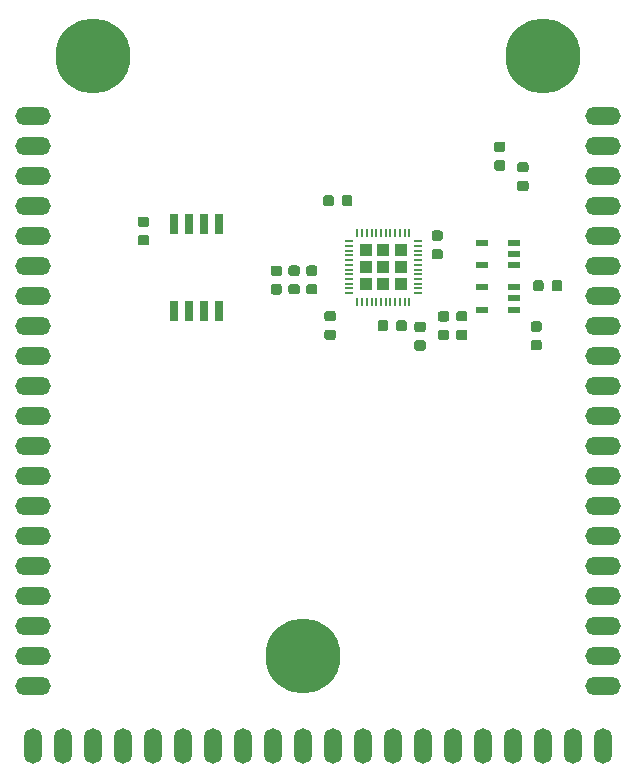
<source format=gbr>
G04 #@! TF.GenerationSoftware,KiCad,Pcbnew,5.0.0*
G04 #@! TF.CreationDate,2018-12-09T11:56:36+00:00*
G04 #@! TF.ProjectId,cw308_fe310,63773330385F66653331302E6B696361,rev?*
G04 #@! TF.SameCoordinates,Original*
G04 #@! TF.FileFunction,Paste,Top*
G04 #@! TF.FilePolarity,Positive*
%FSLAX46Y46*%
G04 Gerber Fmt 4.6, Leading zero omitted, Abs format (unit mm)*
G04 Created by KiCad (PCBNEW 5.0.0) date Sun Dec  9 11:56:36 2018*
%MOMM*%
%LPD*%
G01*
G04 APERTURE LIST*
%ADD10O,2.997200X1.498600*%
%ADD11O,1.498600X2.997200*%
%ADD12C,6.350000*%
%ADD13R,0.650000X1.700000*%
%ADD14R,1.050000X0.600000*%
%ADD15R,0.650000X0.200000*%
%ADD16R,0.200000X0.650000*%
%ADD17R,1.080000X1.080000*%
%ADD18C,0.100000*%
%ADD19C,0.875000*%
G04 APERTURE END LIST*
D10*
G04 #@! TO.C,J1*
X121678701Y-67030600D03*
X121678701Y-69570600D03*
X121678701Y-72110600D03*
X121678701Y-74650600D03*
X121678701Y-77190600D03*
X121678701Y-79730600D03*
X121678701Y-82270600D03*
X121678701Y-84810600D03*
X121678701Y-87350600D03*
X121678701Y-89890600D03*
X121678701Y-92430600D03*
X121678701Y-94970600D03*
X121678701Y-97510600D03*
X121678701Y-100050600D03*
X121678701Y-102590600D03*
X121678701Y-105130600D03*
X121678701Y-107670600D03*
X121678701Y-110210600D03*
X121678701Y-112750600D03*
X121678701Y-115290600D03*
D11*
X121678701Y-120370600D03*
X124218701Y-120370600D03*
X126758701Y-120370600D03*
X129298701Y-120370600D03*
X131838701Y-120370600D03*
X134378701Y-120370600D03*
X136918701Y-120370600D03*
X139458701Y-120370600D03*
X141998701Y-120370600D03*
X144538701Y-120370600D03*
X147078701Y-120370600D03*
X149618701Y-120370600D03*
X152158701Y-120370600D03*
X154698701Y-120370600D03*
X157238701Y-120370600D03*
X159778701Y-120370600D03*
X162318701Y-120370600D03*
X164858701Y-120370600D03*
X167398701Y-120370600D03*
X169938701Y-120370600D03*
D10*
X169938701Y-67030600D03*
X169938701Y-69570600D03*
X169938701Y-72110600D03*
X169938701Y-74650600D03*
X169938701Y-77190600D03*
X169938701Y-79730600D03*
X169938701Y-82270600D03*
X169938701Y-84810600D03*
X169938701Y-87350600D03*
X169938701Y-89890600D03*
X169938701Y-92430600D03*
X169938701Y-94970600D03*
X169938701Y-97510600D03*
X169938701Y-100050600D03*
X169938701Y-102590600D03*
X169938701Y-105130600D03*
X169938701Y-107670600D03*
X169938701Y-110210600D03*
X169938701Y-112750600D03*
X169938701Y-115290600D03*
D12*
X126758701Y-61950600D03*
X164858701Y-61950600D03*
X144538701Y-112750600D03*
G04 #@! TD*
D13*
G04 #@! TO.C,U1*
X133621780Y-83535540D03*
X134891780Y-83535540D03*
X136161780Y-83535540D03*
X137431780Y-83535540D03*
X137431780Y-76235540D03*
X136161780Y-76235540D03*
X134891780Y-76235540D03*
X133621780Y-76235540D03*
G04 #@! TD*
D14*
G04 #@! TO.C,U2*
X159724100Y-79712860D03*
X159724100Y-77812860D03*
X162424100Y-77812860D03*
X162424100Y-78762860D03*
X162424100Y-79712860D03*
G04 #@! TD*
G04 #@! TO.C,U3*
X162421560Y-83454280D03*
X162421560Y-82504280D03*
X162421560Y-81554280D03*
X159721560Y-81554280D03*
X159721560Y-83454280D03*
G04 #@! TD*
D15*
G04 #@! TO.C,U4*
X148433600Y-77657600D03*
X148433600Y-78057600D03*
X148433600Y-78457600D03*
X148433600Y-78857600D03*
X148433600Y-79257600D03*
X148433600Y-79657600D03*
X148433600Y-80057600D03*
X148433600Y-80457600D03*
X148433600Y-80857600D03*
X148433600Y-81257600D03*
X148433600Y-81657600D03*
X148433600Y-82057600D03*
D16*
X149158600Y-82782600D03*
X149558600Y-82782600D03*
X149958600Y-82782600D03*
X150358600Y-82782600D03*
X150758600Y-82782600D03*
X151158600Y-82782600D03*
X151558600Y-82782600D03*
X151958600Y-82782600D03*
X152358600Y-82782600D03*
X152758600Y-82782600D03*
X153158600Y-82782600D03*
X153558600Y-82782600D03*
D15*
X154283600Y-82057600D03*
X154283600Y-81657600D03*
X154283600Y-81257600D03*
X154283600Y-80857600D03*
X154283600Y-80457600D03*
X154283600Y-80057600D03*
X154283600Y-79657600D03*
X154283600Y-79257600D03*
X154283600Y-78857600D03*
X154283600Y-78457600D03*
X154283600Y-78057600D03*
X154283600Y-77657600D03*
D16*
X153558600Y-76932600D03*
X153158600Y-76932600D03*
X152758600Y-76932600D03*
X152358600Y-76932600D03*
X151958600Y-76932600D03*
X151558600Y-76932600D03*
X151158600Y-76932600D03*
X150758600Y-76932600D03*
X150358600Y-76932600D03*
X149958600Y-76932600D03*
X149558600Y-76932600D03*
X149158600Y-76932600D03*
D17*
X149891933Y-78390933D03*
X149891933Y-79857600D03*
X149891933Y-81324267D03*
X151358600Y-78390933D03*
X151358600Y-79857600D03*
X151358600Y-81324267D03*
X152825267Y-78390933D03*
X152825267Y-79857600D03*
X152825267Y-81324267D03*
G04 #@! TD*
D18*
G04 #@! TO.C,C1*
G36*
X131313751Y-75570413D02*
X131334986Y-75573563D01*
X131355810Y-75578779D01*
X131376022Y-75586011D01*
X131395428Y-75595190D01*
X131413841Y-75606226D01*
X131431084Y-75619014D01*
X131446990Y-75633430D01*
X131461406Y-75649336D01*
X131474194Y-75666579D01*
X131485230Y-75684992D01*
X131494409Y-75704398D01*
X131501641Y-75724610D01*
X131506857Y-75745434D01*
X131510007Y-75766669D01*
X131511060Y-75788110D01*
X131511060Y-76225610D01*
X131510007Y-76247051D01*
X131506857Y-76268286D01*
X131501641Y-76289110D01*
X131494409Y-76309322D01*
X131485230Y-76328728D01*
X131474194Y-76347141D01*
X131461406Y-76364384D01*
X131446990Y-76380290D01*
X131431084Y-76394706D01*
X131413841Y-76407494D01*
X131395428Y-76418530D01*
X131376022Y-76427709D01*
X131355810Y-76434941D01*
X131334986Y-76440157D01*
X131313751Y-76443307D01*
X131292310Y-76444360D01*
X130779810Y-76444360D01*
X130758369Y-76443307D01*
X130737134Y-76440157D01*
X130716310Y-76434941D01*
X130696098Y-76427709D01*
X130676692Y-76418530D01*
X130658279Y-76407494D01*
X130641036Y-76394706D01*
X130625130Y-76380290D01*
X130610714Y-76364384D01*
X130597926Y-76347141D01*
X130586890Y-76328728D01*
X130577711Y-76309322D01*
X130570479Y-76289110D01*
X130565263Y-76268286D01*
X130562113Y-76247051D01*
X130561060Y-76225610D01*
X130561060Y-75788110D01*
X130562113Y-75766669D01*
X130565263Y-75745434D01*
X130570479Y-75724610D01*
X130577711Y-75704398D01*
X130586890Y-75684992D01*
X130597926Y-75666579D01*
X130610714Y-75649336D01*
X130625130Y-75633430D01*
X130641036Y-75619014D01*
X130658279Y-75606226D01*
X130676692Y-75595190D01*
X130696098Y-75586011D01*
X130716310Y-75578779D01*
X130737134Y-75573563D01*
X130758369Y-75570413D01*
X130779810Y-75569360D01*
X131292310Y-75569360D01*
X131313751Y-75570413D01*
X131313751Y-75570413D01*
G37*
D19*
X131036060Y-76006860D03*
D18*
G36*
X131313751Y-77145413D02*
X131334986Y-77148563D01*
X131355810Y-77153779D01*
X131376022Y-77161011D01*
X131395428Y-77170190D01*
X131413841Y-77181226D01*
X131431084Y-77194014D01*
X131446990Y-77208430D01*
X131461406Y-77224336D01*
X131474194Y-77241579D01*
X131485230Y-77259992D01*
X131494409Y-77279398D01*
X131501641Y-77299610D01*
X131506857Y-77320434D01*
X131510007Y-77341669D01*
X131511060Y-77363110D01*
X131511060Y-77800610D01*
X131510007Y-77822051D01*
X131506857Y-77843286D01*
X131501641Y-77864110D01*
X131494409Y-77884322D01*
X131485230Y-77903728D01*
X131474194Y-77922141D01*
X131461406Y-77939384D01*
X131446990Y-77955290D01*
X131431084Y-77969706D01*
X131413841Y-77982494D01*
X131395428Y-77993530D01*
X131376022Y-78002709D01*
X131355810Y-78009941D01*
X131334986Y-78015157D01*
X131313751Y-78018307D01*
X131292310Y-78019360D01*
X130779810Y-78019360D01*
X130758369Y-78018307D01*
X130737134Y-78015157D01*
X130716310Y-78009941D01*
X130696098Y-78002709D01*
X130676692Y-77993530D01*
X130658279Y-77982494D01*
X130641036Y-77969706D01*
X130625130Y-77955290D01*
X130610714Y-77939384D01*
X130597926Y-77922141D01*
X130586890Y-77903728D01*
X130577711Y-77884322D01*
X130570479Y-77864110D01*
X130565263Y-77843286D01*
X130562113Y-77822051D01*
X130561060Y-77800610D01*
X130561060Y-77363110D01*
X130562113Y-77341669D01*
X130565263Y-77320434D01*
X130570479Y-77299610D01*
X130577711Y-77279398D01*
X130586890Y-77259992D01*
X130597926Y-77241579D01*
X130610714Y-77224336D01*
X130625130Y-77208430D01*
X130641036Y-77194014D01*
X130658279Y-77181226D01*
X130676692Y-77170190D01*
X130696098Y-77161011D01*
X130716310Y-77153779D01*
X130737134Y-77148563D01*
X130758369Y-77145413D01*
X130779810Y-77144360D01*
X131292310Y-77144360D01*
X131313751Y-77145413D01*
X131313751Y-77145413D01*
G37*
D19*
X131036060Y-77581860D03*
G04 #@! TD*
D18*
G04 #@! TO.C,C4*
G36*
X166292791Y-80968613D02*
X166314026Y-80971763D01*
X166334850Y-80976979D01*
X166355062Y-80984211D01*
X166374468Y-80993390D01*
X166392881Y-81004426D01*
X166410124Y-81017214D01*
X166426030Y-81031630D01*
X166440446Y-81047536D01*
X166453234Y-81064779D01*
X166464270Y-81083192D01*
X166473449Y-81102598D01*
X166480681Y-81122810D01*
X166485897Y-81143634D01*
X166489047Y-81164869D01*
X166490100Y-81186310D01*
X166490100Y-81698810D01*
X166489047Y-81720251D01*
X166485897Y-81741486D01*
X166480681Y-81762310D01*
X166473449Y-81782522D01*
X166464270Y-81801928D01*
X166453234Y-81820341D01*
X166440446Y-81837584D01*
X166426030Y-81853490D01*
X166410124Y-81867906D01*
X166392881Y-81880694D01*
X166374468Y-81891730D01*
X166355062Y-81900909D01*
X166334850Y-81908141D01*
X166314026Y-81913357D01*
X166292791Y-81916507D01*
X166271350Y-81917560D01*
X165833850Y-81917560D01*
X165812409Y-81916507D01*
X165791174Y-81913357D01*
X165770350Y-81908141D01*
X165750138Y-81900909D01*
X165730732Y-81891730D01*
X165712319Y-81880694D01*
X165695076Y-81867906D01*
X165679170Y-81853490D01*
X165664754Y-81837584D01*
X165651966Y-81820341D01*
X165640930Y-81801928D01*
X165631751Y-81782522D01*
X165624519Y-81762310D01*
X165619303Y-81741486D01*
X165616153Y-81720251D01*
X165615100Y-81698810D01*
X165615100Y-81186310D01*
X165616153Y-81164869D01*
X165619303Y-81143634D01*
X165624519Y-81122810D01*
X165631751Y-81102598D01*
X165640930Y-81083192D01*
X165651966Y-81064779D01*
X165664754Y-81047536D01*
X165679170Y-81031630D01*
X165695076Y-81017214D01*
X165712319Y-81004426D01*
X165730732Y-80993390D01*
X165750138Y-80984211D01*
X165770350Y-80976979D01*
X165791174Y-80971763D01*
X165812409Y-80968613D01*
X165833850Y-80967560D01*
X166271350Y-80967560D01*
X166292791Y-80968613D01*
X166292791Y-80968613D01*
G37*
D19*
X166052600Y-81442560D03*
D18*
G36*
X164717791Y-80968613D02*
X164739026Y-80971763D01*
X164759850Y-80976979D01*
X164780062Y-80984211D01*
X164799468Y-80993390D01*
X164817881Y-81004426D01*
X164835124Y-81017214D01*
X164851030Y-81031630D01*
X164865446Y-81047536D01*
X164878234Y-81064779D01*
X164889270Y-81083192D01*
X164898449Y-81102598D01*
X164905681Y-81122810D01*
X164910897Y-81143634D01*
X164914047Y-81164869D01*
X164915100Y-81186310D01*
X164915100Y-81698810D01*
X164914047Y-81720251D01*
X164910897Y-81741486D01*
X164905681Y-81762310D01*
X164898449Y-81782522D01*
X164889270Y-81801928D01*
X164878234Y-81820341D01*
X164865446Y-81837584D01*
X164851030Y-81853490D01*
X164835124Y-81867906D01*
X164817881Y-81880694D01*
X164799468Y-81891730D01*
X164780062Y-81900909D01*
X164759850Y-81908141D01*
X164739026Y-81913357D01*
X164717791Y-81916507D01*
X164696350Y-81917560D01*
X164258850Y-81917560D01*
X164237409Y-81916507D01*
X164216174Y-81913357D01*
X164195350Y-81908141D01*
X164175138Y-81900909D01*
X164155732Y-81891730D01*
X164137319Y-81880694D01*
X164120076Y-81867906D01*
X164104170Y-81853490D01*
X164089754Y-81837584D01*
X164076966Y-81820341D01*
X164065930Y-81801928D01*
X164056751Y-81782522D01*
X164049519Y-81762310D01*
X164044303Y-81741486D01*
X164041153Y-81720251D01*
X164040100Y-81698810D01*
X164040100Y-81186310D01*
X164041153Y-81164869D01*
X164044303Y-81143634D01*
X164049519Y-81122810D01*
X164056751Y-81102598D01*
X164065930Y-81083192D01*
X164076966Y-81064779D01*
X164089754Y-81047536D01*
X164104170Y-81031630D01*
X164120076Y-81017214D01*
X164137319Y-81004426D01*
X164155732Y-80993390D01*
X164175138Y-80984211D01*
X164195350Y-80976979D01*
X164216174Y-80971763D01*
X164237409Y-80968613D01*
X164258850Y-80967560D01*
X164696350Y-80967560D01*
X164717791Y-80968613D01*
X164717791Y-80968613D01*
G37*
D19*
X164477600Y-81442560D03*
G04 #@! TD*
D18*
G04 #@! TO.C,C5*
G36*
X164572511Y-86025253D02*
X164593746Y-86028403D01*
X164614570Y-86033619D01*
X164634782Y-86040851D01*
X164654188Y-86050030D01*
X164672601Y-86061066D01*
X164689844Y-86073854D01*
X164705750Y-86088270D01*
X164720166Y-86104176D01*
X164732954Y-86121419D01*
X164743990Y-86139832D01*
X164753169Y-86159238D01*
X164760401Y-86179450D01*
X164765617Y-86200274D01*
X164768767Y-86221509D01*
X164769820Y-86242950D01*
X164769820Y-86680450D01*
X164768767Y-86701891D01*
X164765617Y-86723126D01*
X164760401Y-86743950D01*
X164753169Y-86764162D01*
X164743990Y-86783568D01*
X164732954Y-86801981D01*
X164720166Y-86819224D01*
X164705750Y-86835130D01*
X164689844Y-86849546D01*
X164672601Y-86862334D01*
X164654188Y-86873370D01*
X164634782Y-86882549D01*
X164614570Y-86889781D01*
X164593746Y-86894997D01*
X164572511Y-86898147D01*
X164551070Y-86899200D01*
X164038570Y-86899200D01*
X164017129Y-86898147D01*
X163995894Y-86894997D01*
X163975070Y-86889781D01*
X163954858Y-86882549D01*
X163935452Y-86873370D01*
X163917039Y-86862334D01*
X163899796Y-86849546D01*
X163883890Y-86835130D01*
X163869474Y-86819224D01*
X163856686Y-86801981D01*
X163845650Y-86783568D01*
X163836471Y-86764162D01*
X163829239Y-86743950D01*
X163824023Y-86723126D01*
X163820873Y-86701891D01*
X163819820Y-86680450D01*
X163819820Y-86242950D01*
X163820873Y-86221509D01*
X163824023Y-86200274D01*
X163829239Y-86179450D01*
X163836471Y-86159238D01*
X163845650Y-86139832D01*
X163856686Y-86121419D01*
X163869474Y-86104176D01*
X163883890Y-86088270D01*
X163899796Y-86073854D01*
X163917039Y-86061066D01*
X163935452Y-86050030D01*
X163954858Y-86040851D01*
X163975070Y-86033619D01*
X163995894Y-86028403D01*
X164017129Y-86025253D01*
X164038570Y-86024200D01*
X164551070Y-86024200D01*
X164572511Y-86025253D01*
X164572511Y-86025253D01*
G37*
D19*
X164294820Y-86461700D03*
D18*
G36*
X164572511Y-84450253D02*
X164593746Y-84453403D01*
X164614570Y-84458619D01*
X164634782Y-84465851D01*
X164654188Y-84475030D01*
X164672601Y-84486066D01*
X164689844Y-84498854D01*
X164705750Y-84513270D01*
X164720166Y-84529176D01*
X164732954Y-84546419D01*
X164743990Y-84564832D01*
X164753169Y-84584238D01*
X164760401Y-84604450D01*
X164765617Y-84625274D01*
X164768767Y-84646509D01*
X164769820Y-84667950D01*
X164769820Y-85105450D01*
X164768767Y-85126891D01*
X164765617Y-85148126D01*
X164760401Y-85168950D01*
X164753169Y-85189162D01*
X164743990Y-85208568D01*
X164732954Y-85226981D01*
X164720166Y-85244224D01*
X164705750Y-85260130D01*
X164689844Y-85274546D01*
X164672601Y-85287334D01*
X164654188Y-85298370D01*
X164634782Y-85307549D01*
X164614570Y-85314781D01*
X164593746Y-85319997D01*
X164572511Y-85323147D01*
X164551070Y-85324200D01*
X164038570Y-85324200D01*
X164017129Y-85323147D01*
X163995894Y-85319997D01*
X163975070Y-85314781D01*
X163954858Y-85307549D01*
X163935452Y-85298370D01*
X163917039Y-85287334D01*
X163899796Y-85274546D01*
X163883890Y-85260130D01*
X163869474Y-85244224D01*
X163856686Y-85226981D01*
X163845650Y-85208568D01*
X163836471Y-85189162D01*
X163829239Y-85168950D01*
X163824023Y-85148126D01*
X163820873Y-85126891D01*
X163819820Y-85105450D01*
X163819820Y-84667950D01*
X163820873Y-84646509D01*
X163824023Y-84625274D01*
X163829239Y-84604450D01*
X163836471Y-84584238D01*
X163845650Y-84564832D01*
X163856686Y-84546419D01*
X163869474Y-84529176D01*
X163883890Y-84513270D01*
X163899796Y-84498854D01*
X163917039Y-84486066D01*
X163935452Y-84475030D01*
X163954858Y-84465851D01*
X163975070Y-84458619D01*
X163995894Y-84453403D01*
X164017129Y-84450253D01*
X164038570Y-84449200D01*
X164551070Y-84449200D01*
X164572511Y-84450253D01*
X164572511Y-84450253D01*
G37*
D19*
X164294820Y-84886700D03*
G04 #@! TD*
D18*
G04 #@! TO.C,C6*
G36*
X163447291Y-70962853D02*
X163468526Y-70966003D01*
X163489350Y-70971219D01*
X163509562Y-70978451D01*
X163528968Y-70987630D01*
X163547381Y-70998666D01*
X163564624Y-71011454D01*
X163580530Y-71025870D01*
X163594946Y-71041776D01*
X163607734Y-71059019D01*
X163618770Y-71077432D01*
X163627949Y-71096838D01*
X163635181Y-71117050D01*
X163640397Y-71137874D01*
X163643547Y-71159109D01*
X163644600Y-71180550D01*
X163644600Y-71618050D01*
X163643547Y-71639491D01*
X163640397Y-71660726D01*
X163635181Y-71681550D01*
X163627949Y-71701762D01*
X163618770Y-71721168D01*
X163607734Y-71739581D01*
X163594946Y-71756824D01*
X163580530Y-71772730D01*
X163564624Y-71787146D01*
X163547381Y-71799934D01*
X163528968Y-71810970D01*
X163509562Y-71820149D01*
X163489350Y-71827381D01*
X163468526Y-71832597D01*
X163447291Y-71835747D01*
X163425850Y-71836800D01*
X162913350Y-71836800D01*
X162891909Y-71835747D01*
X162870674Y-71832597D01*
X162849850Y-71827381D01*
X162829638Y-71820149D01*
X162810232Y-71810970D01*
X162791819Y-71799934D01*
X162774576Y-71787146D01*
X162758670Y-71772730D01*
X162744254Y-71756824D01*
X162731466Y-71739581D01*
X162720430Y-71721168D01*
X162711251Y-71701762D01*
X162704019Y-71681550D01*
X162698803Y-71660726D01*
X162695653Y-71639491D01*
X162694600Y-71618050D01*
X162694600Y-71180550D01*
X162695653Y-71159109D01*
X162698803Y-71137874D01*
X162704019Y-71117050D01*
X162711251Y-71096838D01*
X162720430Y-71077432D01*
X162731466Y-71059019D01*
X162744254Y-71041776D01*
X162758670Y-71025870D01*
X162774576Y-71011454D01*
X162791819Y-70998666D01*
X162810232Y-70987630D01*
X162829638Y-70978451D01*
X162849850Y-70971219D01*
X162870674Y-70966003D01*
X162891909Y-70962853D01*
X162913350Y-70961800D01*
X163425850Y-70961800D01*
X163447291Y-70962853D01*
X163447291Y-70962853D01*
G37*
D19*
X163169600Y-71399300D03*
D18*
G36*
X163447291Y-72537853D02*
X163468526Y-72541003D01*
X163489350Y-72546219D01*
X163509562Y-72553451D01*
X163528968Y-72562630D01*
X163547381Y-72573666D01*
X163564624Y-72586454D01*
X163580530Y-72600870D01*
X163594946Y-72616776D01*
X163607734Y-72634019D01*
X163618770Y-72652432D01*
X163627949Y-72671838D01*
X163635181Y-72692050D01*
X163640397Y-72712874D01*
X163643547Y-72734109D01*
X163644600Y-72755550D01*
X163644600Y-73193050D01*
X163643547Y-73214491D01*
X163640397Y-73235726D01*
X163635181Y-73256550D01*
X163627949Y-73276762D01*
X163618770Y-73296168D01*
X163607734Y-73314581D01*
X163594946Y-73331824D01*
X163580530Y-73347730D01*
X163564624Y-73362146D01*
X163547381Y-73374934D01*
X163528968Y-73385970D01*
X163509562Y-73395149D01*
X163489350Y-73402381D01*
X163468526Y-73407597D01*
X163447291Y-73410747D01*
X163425850Y-73411800D01*
X162913350Y-73411800D01*
X162891909Y-73410747D01*
X162870674Y-73407597D01*
X162849850Y-73402381D01*
X162829638Y-73395149D01*
X162810232Y-73385970D01*
X162791819Y-73374934D01*
X162774576Y-73362146D01*
X162758670Y-73347730D01*
X162744254Y-73331824D01*
X162731466Y-73314581D01*
X162720430Y-73296168D01*
X162711251Y-73276762D01*
X162704019Y-73256550D01*
X162698803Y-73235726D01*
X162695653Y-73214491D01*
X162694600Y-73193050D01*
X162694600Y-72755550D01*
X162695653Y-72734109D01*
X162698803Y-72712874D01*
X162704019Y-72692050D01*
X162711251Y-72671838D01*
X162720430Y-72652432D01*
X162731466Y-72634019D01*
X162744254Y-72616776D01*
X162758670Y-72600870D01*
X162774576Y-72586454D01*
X162791819Y-72573666D01*
X162810232Y-72562630D01*
X162829638Y-72553451D01*
X162849850Y-72546219D01*
X162870674Y-72541003D01*
X162891909Y-72537853D01*
X162913350Y-72536800D01*
X163425850Y-72536800D01*
X163447291Y-72537853D01*
X163447291Y-72537853D01*
G37*
D19*
X163169600Y-72974300D03*
G04 #@! TD*
D18*
G04 #@! TO.C,C7*
G36*
X156736611Y-83591733D02*
X156757846Y-83594883D01*
X156778670Y-83600099D01*
X156798882Y-83607331D01*
X156818288Y-83616510D01*
X156836701Y-83627546D01*
X156853944Y-83640334D01*
X156869850Y-83654750D01*
X156884266Y-83670656D01*
X156897054Y-83687899D01*
X156908090Y-83706312D01*
X156917269Y-83725718D01*
X156924501Y-83745930D01*
X156929717Y-83766754D01*
X156932867Y-83787989D01*
X156933920Y-83809430D01*
X156933920Y-84246930D01*
X156932867Y-84268371D01*
X156929717Y-84289606D01*
X156924501Y-84310430D01*
X156917269Y-84330642D01*
X156908090Y-84350048D01*
X156897054Y-84368461D01*
X156884266Y-84385704D01*
X156869850Y-84401610D01*
X156853944Y-84416026D01*
X156836701Y-84428814D01*
X156818288Y-84439850D01*
X156798882Y-84449029D01*
X156778670Y-84456261D01*
X156757846Y-84461477D01*
X156736611Y-84464627D01*
X156715170Y-84465680D01*
X156202670Y-84465680D01*
X156181229Y-84464627D01*
X156159994Y-84461477D01*
X156139170Y-84456261D01*
X156118958Y-84449029D01*
X156099552Y-84439850D01*
X156081139Y-84428814D01*
X156063896Y-84416026D01*
X156047990Y-84401610D01*
X156033574Y-84385704D01*
X156020786Y-84368461D01*
X156009750Y-84350048D01*
X156000571Y-84330642D01*
X155993339Y-84310430D01*
X155988123Y-84289606D01*
X155984973Y-84268371D01*
X155983920Y-84246930D01*
X155983920Y-83809430D01*
X155984973Y-83787989D01*
X155988123Y-83766754D01*
X155993339Y-83745930D01*
X156000571Y-83725718D01*
X156009750Y-83706312D01*
X156020786Y-83687899D01*
X156033574Y-83670656D01*
X156047990Y-83654750D01*
X156063896Y-83640334D01*
X156081139Y-83627546D01*
X156099552Y-83616510D01*
X156118958Y-83607331D01*
X156139170Y-83600099D01*
X156159994Y-83594883D01*
X156181229Y-83591733D01*
X156202670Y-83590680D01*
X156715170Y-83590680D01*
X156736611Y-83591733D01*
X156736611Y-83591733D01*
G37*
D19*
X156458920Y-84028180D03*
D18*
G36*
X156736611Y-85166733D02*
X156757846Y-85169883D01*
X156778670Y-85175099D01*
X156798882Y-85182331D01*
X156818288Y-85191510D01*
X156836701Y-85202546D01*
X156853944Y-85215334D01*
X156869850Y-85229750D01*
X156884266Y-85245656D01*
X156897054Y-85262899D01*
X156908090Y-85281312D01*
X156917269Y-85300718D01*
X156924501Y-85320930D01*
X156929717Y-85341754D01*
X156932867Y-85362989D01*
X156933920Y-85384430D01*
X156933920Y-85821930D01*
X156932867Y-85843371D01*
X156929717Y-85864606D01*
X156924501Y-85885430D01*
X156917269Y-85905642D01*
X156908090Y-85925048D01*
X156897054Y-85943461D01*
X156884266Y-85960704D01*
X156869850Y-85976610D01*
X156853944Y-85991026D01*
X156836701Y-86003814D01*
X156818288Y-86014850D01*
X156798882Y-86024029D01*
X156778670Y-86031261D01*
X156757846Y-86036477D01*
X156736611Y-86039627D01*
X156715170Y-86040680D01*
X156202670Y-86040680D01*
X156181229Y-86039627D01*
X156159994Y-86036477D01*
X156139170Y-86031261D01*
X156118958Y-86024029D01*
X156099552Y-86014850D01*
X156081139Y-86003814D01*
X156063896Y-85991026D01*
X156047990Y-85976610D01*
X156033574Y-85960704D01*
X156020786Y-85943461D01*
X156009750Y-85925048D01*
X156000571Y-85905642D01*
X155993339Y-85885430D01*
X155988123Y-85864606D01*
X155984973Y-85843371D01*
X155983920Y-85821930D01*
X155983920Y-85384430D01*
X155984973Y-85362989D01*
X155988123Y-85341754D01*
X155993339Y-85320930D01*
X156000571Y-85300718D01*
X156009750Y-85281312D01*
X156020786Y-85262899D01*
X156033574Y-85245656D01*
X156047990Y-85229750D01*
X156063896Y-85215334D01*
X156081139Y-85202546D01*
X156099552Y-85191510D01*
X156118958Y-85182331D01*
X156139170Y-85175099D01*
X156159994Y-85169883D01*
X156181229Y-85166733D01*
X156202670Y-85165680D01*
X156715170Y-85165680D01*
X156736611Y-85166733D01*
X156736611Y-85166733D01*
G37*
D19*
X156458920Y-85603180D03*
G04 #@! TD*
D18*
G04 #@! TO.C,C8*
G36*
X147120171Y-83567633D02*
X147141406Y-83570783D01*
X147162230Y-83575999D01*
X147182442Y-83583231D01*
X147201848Y-83592410D01*
X147220261Y-83603446D01*
X147237504Y-83616234D01*
X147253410Y-83630650D01*
X147267826Y-83646556D01*
X147280614Y-83663799D01*
X147291650Y-83682212D01*
X147300829Y-83701618D01*
X147308061Y-83721830D01*
X147313277Y-83742654D01*
X147316427Y-83763889D01*
X147317480Y-83785330D01*
X147317480Y-84222830D01*
X147316427Y-84244271D01*
X147313277Y-84265506D01*
X147308061Y-84286330D01*
X147300829Y-84306542D01*
X147291650Y-84325948D01*
X147280614Y-84344361D01*
X147267826Y-84361604D01*
X147253410Y-84377510D01*
X147237504Y-84391926D01*
X147220261Y-84404714D01*
X147201848Y-84415750D01*
X147182442Y-84424929D01*
X147162230Y-84432161D01*
X147141406Y-84437377D01*
X147120171Y-84440527D01*
X147098730Y-84441580D01*
X146586230Y-84441580D01*
X146564789Y-84440527D01*
X146543554Y-84437377D01*
X146522730Y-84432161D01*
X146502518Y-84424929D01*
X146483112Y-84415750D01*
X146464699Y-84404714D01*
X146447456Y-84391926D01*
X146431550Y-84377510D01*
X146417134Y-84361604D01*
X146404346Y-84344361D01*
X146393310Y-84325948D01*
X146384131Y-84306542D01*
X146376899Y-84286330D01*
X146371683Y-84265506D01*
X146368533Y-84244271D01*
X146367480Y-84222830D01*
X146367480Y-83785330D01*
X146368533Y-83763889D01*
X146371683Y-83742654D01*
X146376899Y-83721830D01*
X146384131Y-83701618D01*
X146393310Y-83682212D01*
X146404346Y-83663799D01*
X146417134Y-83646556D01*
X146431550Y-83630650D01*
X146447456Y-83616234D01*
X146464699Y-83603446D01*
X146483112Y-83592410D01*
X146502518Y-83583231D01*
X146522730Y-83575999D01*
X146543554Y-83570783D01*
X146564789Y-83567633D01*
X146586230Y-83566580D01*
X147098730Y-83566580D01*
X147120171Y-83567633D01*
X147120171Y-83567633D01*
G37*
D19*
X146842480Y-84004080D03*
D18*
G36*
X147120171Y-85142633D02*
X147141406Y-85145783D01*
X147162230Y-85150999D01*
X147182442Y-85158231D01*
X147201848Y-85167410D01*
X147220261Y-85178446D01*
X147237504Y-85191234D01*
X147253410Y-85205650D01*
X147267826Y-85221556D01*
X147280614Y-85238799D01*
X147291650Y-85257212D01*
X147300829Y-85276618D01*
X147308061Y-85296830D01*
X147313277Y-85317654D01*
X147316427Y-85338889D01*
X147317480Y-85360330D01*
X147317480Y-85797830D01*
X147316427Y-85819271D01*
X147313277Y-85840506D01*
X147308061Y-85861330D01*
X147300829Y-85881542D01*
X147291650Y-85900948D01*
X147280614Y-85919361D01*
X147267826Y-85936604D01*
X147253410Y-85952510D01*
X147237504Y-85966926D01*
X147220261Y-85979714D01*
X147201848Y-85990750D01*
X147182442Y-85999929D01*
X147162230Y-86007161D01*
X147141406Y-86012377D01*
X147120171Y-86015527D01*
X147098730Y-86016580D01*
X146586230Y-86016580D01*
X146564789Y-86015527D01*
X146543554Y-86012377D01*
X146522730Y-86007161D01*
X146502518Y-85999929D01*
X146483112Y-85990750D01*
X146464699Y-85979714D01*
X146447456Y-85966926D01*
X146431550Y-85952510D01*
X146417134Y-85936604D01*
X146404346Y-85919361D01*
X146393310Y-85900948D01*
X146384131Y-85881542D01*
X146376899Y-85861330D01*
X146371683Y-85840506D01*
X146368533Y-85819271D01*
X146367480Y-85797830D01*
X146367480Y-85360330D01*
X146368533Y-85338889D01*
X146371683Y-85317654D01*
X146376899Y-85296830D01*
X146384131Y-85276618D01*
X146393310Y-85257212D01*
X146404346Y-85238799D01*
X146417134Y-85221556D01*
X146431550Y-85205650D01*
X146447456Y-85191234D01*
X146464699Y-85178446D01*
X146483112Y-85167410D01*
X146502518Y-85158231D01*
X146522730Y-85150999D01*
X146543554Y-85145783D01*
X146564789Y-85142633D01*
X146586230Y-85141580D01*
X147098730Y-85141580D01*
X147120171Y-85142633D01*
X147120171Y-85142633D01*
G37*
D19*
X146842480Y-85579080D03*
G04 #@! TD*
D18*
G04 #@! TO.C,C9*
G36*
X156185431Y-78326513D02*
X156206666Y-78329663D01*
X156227490Y-78334879D01*
X156247702Y-78342111D01*
X156267108Y-78351290D01*
X156285521Y-78362326D01*
X156302764Y-78375114D01*
X156318670Y-78389530D01*
X156333086Y-78405436D01*
X156345874Y-78422679D01*
X156356910Y-78441092D01*
X156366089Y-78460498D01*
X156373321Y-78480710D01*
X156378537Y-78501534D01*
X156381687Y-78522769D01*
X156382740Y-78544210D01*
X156382740Y-78981710D01*
X156381687Y-79003151D01*
X156378537Y-79024386D01*
X156373321Y-79045210D01*
X156366089Y-79065422D01*
X156356910Y-79084828D01*
X156345874Y-79103241D01*
X156333086Y-79120484D01*
X156318670Y-79136390D01*
X156302764Y-79150806D01*
X156285521Y-79163594D01*
X156267108Y-79174630D01*
X156247702Y-79183809D01*
X156227490Y-79191041D01*
X156206666Y-79196257D01*
X156185431Y-79199407D01*
X156163990Y-79200460D01*
X155651490Y-79200460D01*
X155630049Y-79199407D01*
X155608814Y-79196257D01*
X155587990Y-79191041D01*
X155567778Y-79183809D01*
X155548372Y-79174630D01*
X155529959Y-79163594D01*
X155512716Y-79150806D01*
X155496810Y-79136390D01*
X155482394Y-79120484D01*
X155469606Y-79103241D01*
X155458570Y-79084828D01*
X155449391Y-79065422D01*
X155442159Y-79045210D01*
X155436943Y-79024386D01*
X155433793Y-79003151D01*
X155432740Y-78981710D01*
X155432740Y-78544210D01*
X155433793Y-78522769D01*
X155436943Y-78501534D01*
X155442159Y-78480710D01*
X155449391Y-78460498D01*
X155458570Y-78441092D01*
X155469606Y-78422679D01*
X155482394Y-78405436D01*
X155496810Y-78389530D01*
X155512716Y-78375114D01*
X155529959Y-78362326D01*
X155548372Y-78351290D01*
X155567778Y-78342111D01*
X155587990Y-78334879D01*
X155608814Y-78329663D01*
X155630049Y-78326513D01*
X155651490Y-78325460D01*
X156163990Y-78325460D01*
X156185431Y-78326513D01*
X156185431Y-78326513D01*
G37*
D19*
X155907740Y-78762960D03*
D18*
G36*
X156185431Y-76751513D02*
X156206666Y-76754663D01*
X156227490Y-76759879D01*
X156247702Y-76767111D01*
X156267108Y-76776290D01*
X156285521Y-76787326D01*
X156302764Y-76800114D01*
X156318670Y-76814530D01*
X156333086Y-76830436D01*
X156345874Y-76847679D01*
X156356910Y-76866092D01*
X156366089Y-76885498D01*
X156373321Y-76905710D01*
X156378537Y-76926534D01*
X156381687Y-76947769D01*
X156382740Y-76969210D01*
X156382740Y-77406710D01*
X156381687Y-77428151D01*
X156378537Y-77449386D01*
X156373321Y-77470210D01*
X156366089Y-77490422D01*
X156356910Y-77509828D01*
X156345874Y-77528241D01*
X156333086Y-77545484D01*
X156318670Y-77561390D01*
X156302764Y-77575806D01*
X156285521Y-77588594D01*
X156267108Y-77599630D01*
X156247702Y-77608809D01*
X156227490Y-77616041D01*
X156206666Y-77621257D01*
X156185431Y-77624407D01*
X156163990Y-77625460D01*
X155651490Y-77625460D01*
X155630049Y-77624407D01*
X155608814Y-77621257D01*
X155587990Y-77616041D01*
X155567778Y-77608809D01*
X155548372Y-77599630D01*
X155529959Y-77588594D01*
X155512716Y-77575806D01*
X155496810Y-77561390D01*
X155482394Y-77545484D01*
X155469606Y-77528241D01*
X155458570Y-77509828D01*
X155449391Y-77490422D01*
X155442159Y-77470210D01*
X155436943Y-77449386D01*
X155433793Y-77428151D01*
X155432740Y-77406710D01*
X155432740Y-76969210D01*
X155433793Y-76947769D01*
X155436943Y-76926534D01*
X155442159Y-76905710D01*
X155449391Y-76885498D01*
X155458570Y-76866092D01*
X155469606Y-76847679D01*
X155482394Y-76830436D01*
X155496810Y-76814530D01*
X155512716Y-76800114D01*
X155529959Y-76787326D01*
X155548372Y-76776290D01*
X155567778Y-76767111D01*
X155587990Y-76759879D01*
X155608814Y-76754663D01*
X155630049Y-76751513D01*
X155651490Y-76750460D01*
X156163990Y-76750460D01*
X156185431Y-76751513D01*
X156185431Y-76751513D01*
G37*
D19*
X155907740Y-77187960D03*
G04 #@! TD*
D18*
G04 #@! TO.C,C10*
G36*
X148527691Y-73757553D02*
X148548926Y-73760703D01*
X148569750Y-73765919D01*
X148589962Y-73773151D01*
X148609368Y-73782330D01*
X148627781Y-73793366D01*
X148645024Y-73806154D01*
X148660930Y-73820570D01*
X148675346Y-73836476D01*
X148688134Y-73853719D01*
X148699170Y-73872132D01*
X148708349Y-73891538D01*
X148715581Y-73911750D01*
X148720797Y-73932574D01*
X148723947Y-73953809D01*
X148725000Y-73975250D01*
X148725000Y-74487750D01*
X148723947Y-74509191D01*
X148720797Y-74530426D01*
X148715581Y-74551250D01*
X148708349Y-74571462D01*
X148699170Y-74590868D01*
X148688134Y-74609281D01*
X148675346Y-74626524D01*
X148660930Y-74642430D01*
X148645024Y-74656846D01*
X148627781Y-74669634D01*
X148609368Y-74680670D01*
X148589962Y-74689849D01*
X148569750Y-74697081D01*
X148548926Y-74702297D01*
X148527691Y-74705447D01*
X148506250Y-74706500D01*
X148068750Y-74706500D01*
X148047309Y-74705447D01*
X148026074Y-74702297D01*
X148005250Y-74697081D01*
X147985038Y-74689849D01*
X147965632Y-74680670D01*
X147947219Y-74669634D01*
X147929976Y-74656846D01*
X147914070Y-74642430D01*
X147899654Y-74626524D01*
X147886866Y-74609281D01*
X147875830Y-74590868D01*
X147866651Y-74571462D01*
X147859419Y-74551250D01*
X147854203Y-74530426D01*
X147851053Y-74509191D01*
X147850000Y-74487750D01*
X147850000Y-73975250D01*
X147851053Y-73953809D01*
X147854203Y-73932574D01*
X147859419Y-73911750D01*
X147866651Y-73891538D01*
X147875830Y-73872132D01*
X147886866Y-73853719D01*
X147899654Y-73836476D01*
X147914070Y-73820570D01*
X147929976Y-73806154D01*
X147947219Y-73793366D01*
X147965632Y-73782330D01*
X147985038Y-73773151D01*
X148005250Y-73765919D01*
X148026074Y-73760703D01*
X148047309Y-73757553D01*
X148068750Y-73756500D01*
X148506250Y-73756500D01*
X148527691Y-73757553D01*
X148527691Y-73757553D01*
G37*
D19*
X148287500Y-74231500D03*
D18*
G36*
X146952691Y-73757553D02*
X146973926Y-73760703D01*
X146994750Y-73765919D01*
X147014962Y-73773151D01*
X147034368Y-73782330D01*
X147052781Y-73793366D01*
X147070024Y-73806154D01*
X147085930Y-73820570D01*
X147100346Y-73836476D01*
X147113134Y-73853719D01*
X147124170Y-73872132D01*
X147133349Y-73891538D01*
X147140581Y-73911750D01*
X147145797Y-73932574D01*
X147148947Y-73953809D01*
X147150000Y-73975250D01*
X147150000Y-74487750D01*
X147148947Y-74509191D01*
X147145797Y-74530426D01*
X147140581Y-74551250D01*
X147133349Y-74571462D01*
X147124170Y-74590868D01*
X147113134Y-74609281D01*
X147100346Y-74626524D01*
X147085930Y-74642430D01*
X147070024Y-74656846D01*
X147052781Y-74669634D01*
X147034368Y-74680670D01*
X147014962Y-74689849D01*
X146994750Y-74697081D01*
X146973926Y-74702297D01*
X146952691Y-74705447D01*
X146931250Y-74706500D01*
X146493750Y-74706500D01*
X146472309Y-74705447D01*
X146451074Y-74702297D01*
X146430250Y-74697081D01*
X146410038Y-74689849D01*
X146390632Y-74680670D01*
X146372219Y-74669634D01*
X146354976Y-74656846D01*
X146339070Y-74642430D01*
X146324654Y-74626524D01*
X146311866Y-74609281D01*
X146300830Y-74590868D01*
X146291651Y-74571462D01*
X146284419Y-74551250D01*
X146279203Y-74530426D01*
X146276053Y-74509191D01*
X146275000Y-74487750D01*
X146275000Y-73975250D01*
X146276053Y-73953809D01*
X146279203Y-73932574D01*
X146284419Y-73911750D01*
X146291651Y-73891538D01*
X146300830Y-73872132D01*
X146311866Y-73853719D01*
X146324654Y-73836476D01*
X146339070Y-73820570D01*
X146354976Y-73806154D01*
X146372219Y-73793366D01*
X146390632Y-73782330D01*
X146410038Y-73773151D01*
X146430250Y-73765919D01*
X146451074Y-73760703D01*
X146472309Y-73757553D01*
X146493750Y-73756500D01*
X146931250Y-73756500D01*
X146952691Y-73757553D01*
X146952691Y-73757553D01*
G37*
D19*
X146712500Y-74231500D03*
G04 #@! TD*
D18*
G04 #@! TO.C,C11*
G36*
X154737631Y-84468033D02*
X154758866Y-84471183D01*
X154779690Y-84476399D01*
X154799902Y-84483631D01*
X154819308Y-84492810D01*
X154837721Y-84503846D01*
X154854964Y-84516634D01*
X154870870Y-84531050D01*
X154885286Y-84546956D01*
X154898074Y-84564199D01*
X154909110Y-84582612D01*
X154918289Y-84602018D01*
X154925521Y-84622230D01*
X154930737Y-84643054D01*
X154933887Y-84664289D01*
X154934940Y-84685730D01*
X154934940Y-85123230D01*
X154933887Y-85144671D01*
X154930737Y-85165906D01*
X154925521Y-85186730D01*
X154918289Y-85206942D01*
X154909110Y-85226348D01*
X154898074Y-85244761D01*
X154885286Y-85262004D01*
X154870870Y-85277910D01*
X154854964Y-85292326D01*
X154837721Y-85305114D01*
X154819308Y-85316150D01*
X154799902Y-85325329D01*
X154779690Y-85332561D01*
X154758866Y-85337777D01*
X154737631Y-85340927D01*
X154716190Y-85341980D01*
X154203690Y-85341980D01*
X154182249Y-85340927D01*
X154161014Y-85337777D01*
X154140190Y-85332561D01*
X154119978Y-85325329D01*
X154100572Y-85316150D01*
X154082159Y-85305114D01*
X154064916Y-85292326D01*
X154049010Y-85277910D01*
X154034594Y-85262004D01*
X154021806Y-85244761D01*
X154010770Y-85226348D01*
X154001591Y-85206942D01*
X153994359Y-85186730D01*
X153989143Y-85165906D01*
X153985993Y-85144671D01*
X153984940Y-85123230D01*
X153984940Y-84685730D01*
X153985993Y-84664289D01*
X153989143Y-84643054D01*
X153994359Y-84622230D01*
X154001591Y-84602018D01*
X154010770Y-84582612D01*
X154021806Y-84564199D01*
X154034594Y-84546956D01*
X154049010Y-84531050D01*
X154064916Y-84516634D01*
X154082159Y-84503846D01*
X154100572Y-84492810D01*
X154119978Y-84483631D01*
X154140190Y-84476399D01*
X154161014Y-84471183D01*
X154182249Y-84468033D01*
X154203690Y-84466980D01*
X154716190Y-84466980D01*
X154737631Y-84468033D01*
X154737631Y-84468033D01*
G37*
D19*
X154459940Y-84904480D03*
D18*
G36*
X154737631Y-86043033D02*
X154758866Y-86046183D01*
X154779690Y-86051399D01*
X154799902Y-86058631D01*
X154819308Y-86067810D01*
X154837721Y-86078846D01*
X154854964Y-86091634D01*
X154870870Y-86106050D01*
X154885286Y-86121956D01*
X154898074Y-86139199D01*
X154909110Y-86157612D01*
X154918289Y-86177018D01*
X154925521Y-86197230D01*
X154930737Y-86218054D01*
X154933887Y-86239289D01*
X154934940Y-86260730D01*
X154934940Y-86698230D01*
X154933887Y-86719671D01*
X154930737Y-86740906D01*
X154925521Y-86761730D01*
X154918289Y-86781942D01*
X154909110Y-86801348D01*
X154898074Y-86819761D01*
X154885286Y-86837004D01*
X154870870Y-86852910D01*
X154854964Y-86867326D01*
X154837721Y-86880114D01*
X154819308Y-86891150D01*
X154799902Y-86900329D01*
X154779690Y-86907561D01*
X154758866Y-86912777D01*
X154737631Y-86915927D01*
X154716190Y-86916980D01*
X154203690Y-86916980D01*
X154182249Y-86915927D01*
X154161014Y-86912777D01*
X154140190Y-86907561D01*
X154119978Y-86900329D01*
X154100572Y-86891150D01*
X154082159Y-86880114D01*
X154064916Y-86867326D01*
X154049010Y-86852910D01*
X154034594Y-86837004D01*
X154021806Y-86819761D01*
X154010770Y-86801348D01*
X154001591Y-86781942D01*
X153994359Y-86761730D01*
X153989143Y-86740906D01*
X153985993Y-86719671D01*
X153984940Y-86698230D01*
X153984940Y-86260730D01*
X153985993Y-86239289D01*
X153989143Y-86218054D01*
X153994359Y-86197230D01*
X154001591Y-86177018D01*
X154010770Y-86157612D01*
X154021806Y-86139199D01*
X154034594Y-86121956D01*
X154049010Y-86106050D01*
X154064916Y-86091634D01*
X154082159Y-86078846D01*
X154100572Y-86067810D01*
X154119978Y-86058631D01*
X154140190Y-86051399D01*
X154161014Y-86046183D01*
X154182249Y-86043033D01*
X154203690Y-86041980D01*
X154716190Y-86041980D01*
X154737631Y-86043033D01*
X154737631Y-86043033D01*
G37*
D19*
X154459940Y-86479480D03*
G04 #@! TD*
D18*
G04 #@! TO.C,C12*
G36*
X145580931Y-79715693D02*
X145602166Y-79718843D01*
X145622990Y-79724059D01*
X145643202Y-79731291D01*
X145662608Y-79740470D01*
X145681021Y-79751506D01*
X145698264Y-79764294D01*
X145714170Y-79778710D01*
X145728586Y-79794616D01*
X145741374Y-79811859D01*
X145752410Y-79830272D01*
X145761589Y-79849678D01*
X145768821Y-79869890D01*
X145774037Y-79890714D01*
X145777187Y-79911949D01*
X145778240Y-79933390D01*
X145778240Y-80370890D01*
X145777187Y-80392331D01*
X145774037Y-80413566D01*
X145768821Y-80434390D01*
X145761589Y-80454602D01*
X145752410Y-80474008D01*
X145741374Y-80492421D01*
X145728586Y-80509664D01*
X145714170Y-80525570D01*
X145698264Y-80539986D01*
X145681021Y-80552774D01*
X145662608Y-80563810D01*
X145643202Y-80572989D01*
X145622990Y-80580221D01*
X145602166Y-80585437D01*
X145580931Y-80588587D01*
X145559490Y-80589640D01*
X145046990Y-80589640D01*
X145025549Y-80588587D01*
X145004314Y-80585437D01*
X144983490Y-80580221D01*
X144963278Y-80572989D01*
X144943872Y-80563810D01*
X144925459Y-80552774D01*
X144908216Y-80539986D01*
X144892310Y-80525570D01*
X144877894Y-80509664D01*
X144865106Y-80492421D01*
X144854070Y-80474008D01*
X144844891Y-80454602D01*
X144837659Y-80434390D01*
X144832443Y-80413566D01*
X144829293Y-80392331D01*
X144828240Y-80370890D01*
X144828240Y-79933390D01*
X144829293Y-79911949D01*
X144832443Y-79890714D01*
X144837659Y-79869890D01*
X144844891Y-79849678D01*
X144854070Y-79830272D01*
X144865106Y-79811859D01*
X144877894Y-79794616D01*
X144892310Y-79778710D01*
X144908216Y-79764294D01*
X144925459Y-79751506D01*
X144943872Y-79740470D01*
X144963278Y-79731291D01*
X144983490Y-79724059D01*
X145004314Y-79718843D01*
X145025549Y-79715693D01*
X145046990Y-79714640D01*
X145559490Y-79714640D01*
X145580931Y-79715693D01*
X145580931Y-79715693D01*
G37*
D19*
X145303240Y-80152140D03*
D18*
G36*
X145580931Y-81290693D02*
X145602166Y-81293843D01*
X145622990Y-81299059D01*
X145643202Y-81306291D01*
X145662608Y-81315470D01*
X145681021Y-81326506D01*
X145698264Y-81339294D01*
X145714170Y-81353710D01*
X145728586Y-81369616D01*
X145741374Y-81386859D01*
X145752410Y-81405272D01*
X145761589Y-81424678D01*
X145768821Y-81444890D01*
X145774037Y-81465714D01*
X145777187Y-81486949D01*
X145778240Y-81508390D01*
X145778240Y-81945890D01*
X145777187Y-81967331D01*
X145774037Y-81988566D01*
X145768821Y-82009390D01*
X145761589Y-82029602D01*
X145752410Y-82049008D01*
X145741374Y-82067421D01*
X145728586Y-82084664D01*
X145714170Y-82100570D01*
X145698264Y-82114986D01*
X145681021Y-82127774D01*
X145662608Y-82138810D01*
X145643202Y-82147989D01*
X145622990Y-82155221D01*
X145602166Y-82160437D01*
X145580931Y-82163587D01*
X145559490Y-82164640D01*
X145046990Y-82164640D01*
X145025549Y-82163587D01*
X145004314Y-82160437D01*
X144983490Y-82155221D01*
X144963278Y-82147989D01*
X144943872Y-82138810D01*
X144925459Y-82127774D01*
X144908216Y-82114986D01*
X144892310Y-82100570D01*
X144877894Y-82084664D01*
X144865106Y-82067421D01*
X144854070Y-82049008D01*
X144844891Y-82029602D01*
X144837659Y-82009390D01*
X144832443Y-81988566D01*
X144829293Y-81967331D01*
X144828240Y-81945890D01*
X144828240Y-81508390D01*
X144829293Y-81486949D01*
X144832443Y-81465714D01*
X144837659Y-81444890D01*
X144844891Y-81424678D01*
X144854070Y-81405272D01*
X144865106Y-81386859D01*
X144877894Y-81369616D01*
X144892310Y-81353710D01*
X144908216Y-81339294D01*
X144925459Y-81326506D01*
X144943872Y-81315470D01*
X144963278Y-81306291D01*
X144983490Y-81299059D01*
X145004314Y-81293843D01*
X145025549Y-81290693D01*
X145046990Y-81289640D01*
X145559490Y-81289640D01*
X145580931Y-81290693D01*
X145580931Y-81290693D01*
G37*
D19*
X145303240Y-81727140D03*
G04 #@! TD*
D18*
G04 #@! TO.C,C13*
G36*
X144074711Y-81290693D02*
X144095946Y-81293843D01*
X144116770Y-81299059D01*
X144136982Y-81306291D01*
X144156388Y-81315470D01*
X144174801Y-81326506D01*
X144192044Y-81339294D01*
X144207950Y-81353710D01*
X144222366Y-81369616D01*
X144235154Y-81386859D01*
X144246190Y-81405272D01*
X144255369Y-81424678D01*
X144262601Y-81444890D01*
X144267817Y-81465714D01*
X144270967Y-81486949D01*
X144272020Y-81508390D01*
X144272020Y-81945890D01*
X144270967Y-81967331D01*
X144267817Y-81988566D01*
X144262601Y-82009390D01*
X144255369Y-82029602D01*
X144246190Y-82049008D01*
X144235154Y-82067421D01*
X144222366Y-82084664D01*
X144207950Y-82100570D01*
X144192044Y-82114986D01*
X144174801Y-82127774D01*
X144156388Y-82138810D01*
X144136982Y-82147989D01*
X144116770Y-82155221D01*
X144095946Y-82160437D01*
X144074711Y-82163587D01*
X144053270Y-82164640D01*
X143540770Y-82164640D01*
X143519329Y-82163587D01*
X143498094Y-82160437D01*
X143477270Y-82155221D01*
X143457058Y-82147989D01*
X143437652Y-82138810D01*
X143419239Y-82127774D01*
X143401996Y-82114986D01*
X143386090Y-82100570D01*
X143371674Y-82084664D01*
X143358886Y-82067421D01*
X143347850Y-82049008D01*
X143338671Y-82029602D01*
X143331439Y-82009390D01*
X143326223Y-81988566D01*
X143323073Y-81967331D01*
X143322020Y-81945890D01*
X143322020Y-81508390D01*
X143323073Y-81486949D01*
X143326223Y-81465714D01*
X143331439Y-81444890D01*
X143338671Y-81424678D01*
X143347850Y-81405272D01*
X143358886Y-81386859D01*
X143371674Y-81369616D01*
X143386090Y-81353710D01*
X143401996Y-81339294D01*
X143419239Y-81326506D01*
X143437652Y-81315470D01*
X143457058Y-81306291D01*
X143477270Y-81299059D01*
X143498094Y-81293843D01*
X143519329Y-81290693D01*
X143540770Y-81289640D01*
X144053270Y-81289640D01*
X144074711Y-81290693D01*
X144074711Y-81290693D01*
G37*
D19*
X143797020Y-81727140D03*
D18*
G36*
X144074711Y-79715693D02*
X144095946Y-79718843D01*
X144116770Y-79724059D01*
X144136982Y-79731291D01*
X144156388Y-79740470D01*
X144174801Y-79751506D01*
X144192044Y-79764294D01*
X144207950Y-79778710D01*
X144222366Y-79794616D01*
X144235154Y-79811859D01*
X144246190Y-79830272D01*
X144255369Y-79849678D01*
X144262601Y-79869890D01*
X144267817Y-79890714D01*
X144270967Y-79911949D01*
X144272020Y-79933390D01*
X144272020Y-80370890D01*
X144270967Y-80392331D01*
X144267817Y-80413566D01*
X144262601Y-80434390D01*
X144255369Y-80454602D01*
X144246190Y-80474008D01*
X144235154Y-80492421D01*
X144222366Y-80509664D01*
X144207950Y-80525570D01*
X144192044Y-80539986D01*
X144174801Y-80552774D01*
X144156388Y-80563810D01*
X144136982Y-80572989D01*
X144116770Y-80580221D01*
X144095946Y-80585437D01*
X144074711Y-80588587D01*
X144053270Y-80589640D01*
X143540770Y-80589640D01*
X143519329Y-80588587D01*
X143498094Y-80585437D01*
X143477270Y-80580221D01*
X143457058Y-80572989D01*
X143437652Y-80563810D01*
X143419239Y-80552774D01*
X143401996Y-80539986D01*
X143386090Y-80525570D01*
X143371674Y-80509664D01*
X143358886Y-80492421D01*
X143347850Y-80474008D01*
X143338671Y-80454602D01*
X143331439Y-80434390D01*
X143326223Y-80413566D01*
X143323073Y-80392331D01*
X143322020Y-80370890D01*
X143322020Y-79933390D01*
X143323073Y-79911949D01*
X143326223Y-79890714D01*
X143331439Y-79869890D01*
X143338671Y-79849678D01*
X143347850Y-79830272D01*
X143358886Y-79811859D01*
X143371674Y-79794616D01*
X143386090Y-79778710D01*
X143401996Y-79764294D01*
X143419239Y-79751506D01*
X143437652Y-79740470D01*
X143457058Y-79731291D01*
X143477270Y-79724059D01*
X143498094Y-79718843D01*
X143519329Y-79715693D01*
X143540770Y-79714640D01*
X144053270Y-79714640D01*
X144074711Y-79715693D01*
X144074711Y-79715693D01*
G37*
D19*
X143797020Y-80152140D03*
G04 #@! TD*
D18*
G04 #@! TO.C,R1*
G36*
X161491491Y-69235653D02*
X161512726Y-69238803D01*
X161533550Y-69244019D01*
X161553762Y-69251251D01*
X161573168Y-69260430D01*
X161591581Y-69271466D01*
X161608824Y-69284254D01*
X161624730Y-69298670D01*
X161639146Y-69314576D01*
X161651934Y-69331819D01*
X161662970Y-69350232D01*
X161672149Y-69369638D01*
X161679381Y-69389850D01*
X161684597Y-69410674D01*
X161687747Y-69431909D01*
X161688800Y-69453350D01*
X161688800Y-69890850D01*
X161687747Y-69912291D01*
X161684597Y-69933526D01*
X161679381Y-69954350D01*
X161672149Y-69974562D01*
X161662970Y-69993968D01*
X161651934Y-70012381D01*
X161639146Y-70029624D01*
X161624730Y-70045530D01*
X161608824Y-70059946D01*
X161591581Y-70072734D01*
X161573168Y-70083770D01*
X161553762Y-70092949D01*
X161533550Y-70100181D01*
X161512726Y-70105397D01*
X161491491Y-70108547D01*
X161470050Y-70109600D01*
X160957550Y-70109600D01*
X160936109Y-70108547D01*
X160914874Y-70105397D01*
X160894050Y-70100181D01*
X160873838Y-70092949D01*
X160854432Y-70083770D01*
X160836019Y-70072734D01*
X160818776Y-70059946D01*
X160802870Y-70045530D01*
X160788454Y-70029624D01*
X160775666Y-70012381D01*
X160764630Y-69993968D01*
X160755451Y-69974562D01*
X160748219Y-69954350D01*
X160743003Y-69933526D01*
X160739853Y-69912291D01*
X160738800Y-69890850D01*
X160738800Y-69453350D01*
X160739853Y-69431909D01*
X160743003Y-69410674D01*
X160748219Y-69389850D01*
X160755451Y-69369638D01*
X160764630Y-69350232D01*
X160775666Y-69331819D01*
X160788454Y-69314576D01*
X160802870Y-69298670D01*
X160818776Y-69284254D01*
X160836019Y-69271466D01*
X160854432Y-69260430D01*
X160873838Y-69251251D01*
X160894050Y-69244019D01*
X160914874Y-69238803D01*
X160936109Y-69235653D01*
X160957550Y-69234600D01*
X161470050Y-69234600D01*
X161491491Y-69235653D01*
X161491491Y-69235653D01*
G37*
D19*
X161213800Y-69672100D03*
D18*
G36*
X161491491Y-70810653D02*
X161512726Y-70813803D01*
X161533550Y-70819019D01*
X161553762Y-70826251D01*
X161573168Y-70835430D01*
X161591581Y-70846466D01*
X161608824Y-70859254D01*
X161624730Y-70873670D01*
X161639146Y-70889576D01*
X161651934Y-70906819D01*
X161662970Y-70925232D01*
X161672149Y-70944638D01*
X161679381Y-70964850D01*
X161684597Y-70985674D01*
X161687747Y-71006909D01*
X161688800Y-71028350D01*
X161688800Y-71465850D01*
X161687747Y-71487291D01*
X161684597Y-71508526D01*
X161679381Y-71529350D01*
X161672149Y-71549562D01*
X161662970Y-71568968D01*
X161651934Y-71587381D01*
X161639146Y-71604624D01*
X161624730Y-71620530D01*
X161608824Y-71634946D01*
X161591581Y-71647734D01*
X161573168Y-71658770D01*
X161553762Y-71667949D01*
X161533550Y-71675181D01*
X161512726Y-71680397D01*
X161491491Y-71683547D01*
X161470050Y-71684600D01*
X160957550Y-71684600D01*
X160936109Y-71683547D01*
X160914874Y-71680397D01*
X160894050Y-71675181D01*
X160873838Y-71667949D01*
X160854432Y-71658770D01*
X160836019Y-71647734D01*
X160818776Y-71634946D01*
X160802870Y-71620530D01*
X160788454Y-71604624D01*
X160775666Y-71587381D01*
X160764630Y-71568968D01*
X160755451Y-71549562D01*
X160748219Y-71529350D01*
X160743003Y-71508526D01*
X160739853Y-71487291D01*
X160738800Y-71465850D01*
X160738800Y-71028350D01*
X160739853Y-71006909D01*
X160743003Y-70985674D01*
X160748219Y-70964850D01*
X160755451Y-70944638D01*
X160764630Y-70925232D01*
X160775666Y-70906819D01*
X160788454Y-70889576D01*
X160802870Y-70873670D01*
X160818776Y-70859254D01*
X160836019Y-70846466D01*
X160854432Y-70835430D01*
X160873838Y-70826251D01*
X160894050Y-70819019D01*
X160914874Y-70813803D01*
X160936109Y-70810653D01*
X160957550Y-70809600D01*
X161470050Y-70809600D01*
X161491491Y-70810653D01*
X161491491Y-70810653D01*
G37*
D19*
X161213800Y-71247100D03*
G04 #@! TD*
D18*
G04 #@! TO.C,R2*
G36*
X158278391Y-85159113D02*
X158299626Y-85162263D01*
X158320450Y-85167479D01*
X158340662Y-85174711D01*
X158360068Y-85183890D01*
X158378481Y-85194926D01*
X158395724Y-85207714D01*
X158411630Y-85222130D01*
X158426046Y-85238036D01*
X158438834Y-85255279D01*
X158449870Y-85273692D01*
X158459049Y-85293098D01*
X158466281Y-85313310D01*
X158471497Y-85334134D01*
X158474647Y-85355369D01*
X158475700Y-85376810D01*
X158475700Y-85814310D01*
X158474647Y-85835751D01*
X158471497Y-85856986D01*
X158466281Y-85877810D01*
X158459049Y-85898022D01*
X158449870Y-85917428D01*
X158438834Y-85935841D01*
X158426046Y-85953084D01*
X158411630Y-85968990D01*
X158395724Y-85983406D01*
X158378481Y-85996194D01*
X158360068Y-86007230D01*
X158340662Y-86016409D01*
X158320450Y-86023641D01*
X158299626Y-86028857D01*
X158278391Y-86032007D01*
X158256950Y-86033060D01*
X157744450Y-86033060D01*
X157723009Y-86032007D01*
X157701774Y-86028857D01*
X157680950Y-86023641D01*
X157660738Y-86016409D01*
X157641332Y-86007230D01*
X157622919Y-85996194D01*
X157605676Y-85983406D01*
X157589770Y-85968990D01*
X157575354Y-85953084D01*
X157562566Y-85935841D01*
X157551530Y-85917428D01*
X157542351Y-85898022D01*
X157535119Y-85877810D01*
X157529903Y-85856986D01*
X157526753Y-85835751D01*
X157525700Y-85814310D01*
X157525700Y-85376810D01*
X157526753Y-85355369D01*
X157529903Y-85334134D01*
X157535119Y-85313310D01*
X157542351Y-85293098D01*
X157551530Y-85273692D01*
X157562566Y-85255279D01*
X157575354Y-85238036D01*
X157589770Y-85222130D01*
X157605676Y-85207714D01*
X157622919Y-85194926D01*
X157641332Y-85183890D01*
X157660738Y-85174711D01*
X157680950Y-85167479D01*
X157701774Y-85162263D01*
X157723009Y-85159113D01*
X157744450Y-85158060D01*
X158256950Y-85158060D01*
X158278391Y-85159113D01*
X158278391Y-85159113D01*
G37*
D19*
X158000700Y-85595560D03*
D18*
G36*
X158278391Y-83584113D02*
X158299626Y-83587263D01*
X158320450Y-83592479D01*
X158340662Y-83599711D01*
X158360068Y-83608890D01*
X158378481Y-83619926D01*
X158395724Y-83632714D01*
X158411630Y-83647130D01*
X158426046Y-83663036D01*
X158438834Y-83680279D01*
X158449870Y-83698692D01*
X158459049Y-83718098D01*
X158466281Y-83738310D01*
X158471497Y-83759134D01*
X158474647Y-83780369D01*
X158475700Y-83801810D01*
X158475700Y-84239310D01*
X158474647Y-84260751D01*
X158471497Y-84281986D01*
X158466281Y-84302810D01*
X158459049Y-84323022D01*
X158449870Y-84342428D01*
X158438834Y-84360841D01*
X158426046Y-84378084D01*
X158411630Y-84393990D01*
X158395724Y-84408406D01*
X158378481Y-84421194D01*
X158360068Y-84432230D01*
X158340662Y-84441409D01*
X158320450Y-84448641D01*
X158299626Y-84453857D01*
X158278391Y-84457007D01*
X158256950Y-84458060D01*
X157744450Y-84458060D01*
X157723009Y-84457007D01*
X157701774Y-84453857D01*
X157680950Y-84448641D01*
X157660738Y-84441409D01*
X157641332Y-84432230D01*
X157622919Y-84421194D01*
X157605676Y-84408406D01*
X157589770Y-84393990D01*
X157575354Y-84378084D01*
X157562566Y-84360841D01*
X157551530Y-84342428D01*
X157542351Y-84323022D01*
X157535119Y-84302810D01*
X157529903Y-84281986D01*
X157526753Y-84260751D01*
X157525700Y-84239310D01*
X157525700Y-83801810D01*
X157526753Y-83780369D01*
X157529903Y-83759134D01*
X157535119Y-83738310D01*
X157542351Y-83718098D01*
X157551530Y-83698692D01*
X157562566Y-83680279D01*
X157575354Y-83663036D01*
X157589770Y-83647130D01*
X157605676Y-83632714D01*
X157622919Y-83619926D01*
X157641332Y-83608890D01*
X157660738Y-83599711D01*
X157680950Y-83592479D01*
X157701774Y-83587263D01*
X157723009Y-83584113D01*
X157744450Y-83583060D01*
X158256950Y-83583060D01*
X158278391Y-83584113D01*
X158278391Y-83584113D01*
G37*
D19*
X158000700Y-84020560D03*
G04 #@! TD*
D18*
G04 #@! TO.C,R3*
G36*
X153133051Y-84341733D02*
X153154286Y-84344883D01*
X153175110Y-84350099D01*
X153195322Y-84357331D01*
X153214728Y-84366510D01*
X153233141Y-84377546D01*
X153250384Y-84390334D01*
X153266290Y-84404750D01*
X153280706Y-84420656D01*
X153293494Y-84437899D01*
X153304530Y-84456312D01*
X153313709Y-84475718D01*
X153320941Y-84495930D01*
X153326157Y-84516754D01*
X153329307Y-84537989D01*
X153330360Y-84559430D01*
X153330360Y-85071930D01*
X153329307Y-85093371D01*
X153326157Y-85114606D01*
X153320941Y-85135430D01*
X153313709Y-85155642D01*
X153304530Y-85175048D01*
X153293494Y-85193461D01*
X153280706Y-85210704D01*
X153266290Y-85226610D01*
X153250384Y-85241026D01*
X153233141Y-85253814D01*
X153214728Y-85264850D01*
X153195322Y-85274029D01*
X153175110Y-85281261D01*
X153154286Y-85286477D01*
X153133051Y-85289627D01*
X153111610Y-85290680D01*
X152674110Y-85290680D01*
X152652669Y-85289627D01*
X152631434Y-85286477D01*
X152610610Y-85281261D01*
X152590398Y-85274029D01*
X152570992Y-85264850D01*
X152552579Y-85253814D01*
X152535336Y-85241026D01*
X152519430Y-85226610D01*
X152505014Y-85210704D01*
X152492226Y-85193461D01*
X152481190Y-85175048D01*
X152472011Y-85155642D01*
X152464779Y-85135430D01*
X152459563Y-85114606D01*
X152456413Y-85093371D01*
X152455360Y-85071930D01*
X152455360Y-84559430D01*
X152456413Y-84537989D01*
X152459563Y-84516754D01*
X152464779Y-84495930D01*
X152472011Y-84475718D01*
X152481190Y-84456312D01*
X152492226Y-84437899D01*
X152505014Y-84420656D01*
X152519430Y-84404750D01*
X152535336Y-84390334D01*
X152552579Y-84377546D01*
X152570992Y-84366510D01*
X152590398Y-84357331D01*
X152610610Y-84350099D01*
X152631434Y-84344883D01*
X152652669Y-84341733D01*
X152674110Y-84340680D01*
X153111610Y-84340680D01*
X153133051Y-84341733D01*
X153133051Y-84341733D01*
G37*
D19*
X152892860Y-84815680D03*
D18*
G36*
X151558051Y-84341733D02*
X151579286Y-84344883D01*
X151600110Y-84350099D01*
X151620322Y-84357331D01*
X151639728Y-84366510D01*
X151658141Y-84377546D01*
X151675384Y-84390334D01*
X151691290Y-84404750D01*
X151705706Y-84420656D01*
X151718494Y-84437899D01*
X151729530Y-84456312D01*
X151738709Y-84475718D01*
X151745941Y-84495930D01*
X151751157Y-84516754D01*
X151754307Y-84537989D01*
X151755360Y-84559430D01*
X151755360Y-85071930D01*
X151754307Y-85093371D01*
X151751157Y-85114606D01*
X151745941Y-85135430D01*
X151738709Y-85155642D01*
X151729530Y-85175048D01*
X151718494Y-85193461D01*
X151705706Y-85210704D01*
X151691290Y-85226610D01*
X151675384Y-85241026D01*
X151658141Y-85253814D01*
X151639728Y-85264850D01*
X151620322Y-85274029D01*
X151600110Y-85281261D01*
X151579286Y-85286477D01*
X151558051Y-85289627D01*
X151536610Y-85290680D01*
X151099110Y-85290680D01*
X151077669Y-85289627D01*
X151056434Y-85286477D01*
X151035610Y-85281261D01*
X151015398Y-85274029D01*
X150995992Y-85264850D01*
X150977579Y-85253814D01*
X150960336Y-85241026D01*
X150944430Y-85226610D01*
X150930014Y-85210704D01*
X150917226Y-85193461D01*
X150906190Y-85175048D01*
X150897011Y-85155642D01*
X150889779Y-85135430D01*
X150884563Y-85114606D01*
X150881413Y-85093371D01*
X150880360Y-85071930D01*
X150880360Y-84559430D01*
X150881413Y-84537989D01*
X150884563Y-84516754D01*
X150889779Y-84495930D01*
X150897011Y-84475718D01*
X150906190Y-84456312D01*
X150917226Y-84437899D01*
X150930014Y-84420656D01*
X150944430Y-84404750D01*
X150960336Y-84390334D01*
X150977579Y-84377546D01*
X150995992Y-84366510D01*
X151015398Y-84357331D01*
X151035610Y-84350099D01*
X151056434Y-84344883D01*
X151077669Y-84341733D01*
X151099110Y-84340680D01*
X151536610Y-84340680D01*
X151558051Y-84341733D01*
X151558051Y-84341733D01*
G37*
D19*
X151317860Y-84815680D03*
G04 #@! TD*
D18*
G04 #@! TO.C,R4*
G36*
X142565951Y-79723313D02*
X142587186Y-79726463D01*
X142608010Y-79731679D01*
X142628222Y-79738911D01*
X142647628Y-79748090D01*
X142666041Y-79759126D01*
X142683284Y-79771914D01*
X142699190Y-79786330D01*
X142713606Y-79802236D01*
X142726394Y-79819479D01*
X142737430Y-79837892D01*
X142746609Y-79857298D01*
X142753841Y-79877510D01*
X142759057Y-79898334D01*
X142762207Y-79919569D01*
X142763260Y-79941010D01*
X142763260Y-80378510D01*
X142762207Y-80399951D01*
X142759057Y-80421186D01*
X142753841Y-80442010D01*
X142746609Y-80462222D01*
X142737430Y-80481628D01*
X142726394Y-80500041D01*
X142713606Y-80517284D01*
X142699190Y-80533190D01*
X142683284Y-80547606D01*
X142666041Y-80560394D01*
X142647628Y-80571430D01*
X142628222Y-80580609D01*
X142608010Y-80587841D01*
X142587186Y-80593057D01*
X142565951Y-80596207D01*
X142544510Y-80597260D01*
X142032010Y-80597260D01*
X142010569Y-80596207D01*
X141989334Y-80593057D01*
X141968510Y-80587841D01*
X141948298Y-80580609D01*
X141928892Y-80571430D01*
X141910479Y-80560394D01*
X141893236Y-80547606D01*
X141877330Y-80533190D01*
X141862914Y-80517284D01*
X141850126Y-80500041D01*
X141839090Y-80481628D01*
X141829911Y-80462222D01*
X141822679Y-80442010D01*
X141817463Y-80421186D01*
X141814313Y-80399951D01*
X141813260Y-80378510D01*
X141813260Y-79941010D01*
X141814313Y-79919569D01*
X141817463Y-79898334D01*
X141822679Y-79877510D01*
X141829911Y-79857298D01*
X141839090Y-79837892D01*
X141850126Y-79819479D01*
X141862914Y-79802236D01*
X141877330Y-79786330D01*
X141893236Y-79771914D01*
X141910479Y-79759126D01*
X141928892Y-79748090D01*
X141948298Y-79738911D01*
X141968510Y-79731679D01*
X141989334Y-79726463D01*
X142010569Y-79723313D01*
X142032010Y-79722260D01*
X142544510Y-79722260D01*
X142565951Y-79723313D01*
X142565951Y-79723313D01*
G37*
D19*
X142288260Y-80159760D03*
D18*
G36*
X142565951Y-81298313D02*
X142587186Y-81301463D01*
X142608010Y-81306679D01*
X142628222Y-81313911D01*
X142647628Y-81323090D01*
X142666041Y-81334126D01*
X142683284Y-81346914D01*
X142699190Y-81361330D01*
X142713606Y-81377236D01*
X142726394Y-81394479D01*
X142737430Y-81412892D01*
X142746609Y-81432298D01*
X142753841Y-81452510D01*
X142759057Y-81473334D01*
X142762207Y-81494569D01*
X142763260Y-81516010D01*
X142763260Y-81953510D01*
X142762207Y-81974951D01*
X142759057Y-81996186D01*
X142753841Y-82017010D01*
X142746609Y-82037222D01*
X142737430Y-82056628D01*
X142726394Y-82075041D01*
X142713606Y-82092284D01*
X142699190Y-82108190D01*
X142683284Y-82122606D01*
X142666041Y-82135394D01*
X142647628Y-82146430D01*
X142628222Y-82155609D01*
X142608010Y-82162841D01*
X142587186Y-82168057D01*
X142565951Y-82171207D01*
X142544510Y-82172260D01*
X142032010Y-82172260D01*
X142010569Y-82171207D01*
X141989334Y-82168057D01*
X141968510Y-82162841D01*
X141948298Y-82155609D01*
X141928892Y-82146430D01*
X141910479Y-82135394D01*
X141893236Y-82122606D01*
X141877330Y-82108190D01*
X141862914Y-82092284D01*
X141850126Y-82075041D01*
X141839090Y-82056628D01*
X141829911Y-82037222D01*
X141822679Y-82017010D01*
X141817463Y-81996186D01*
X141814313Y-81974951D01*
X141813260Y-81953510D01*
X141813260Y-81516010D01*
X141814313Y-81494569D01*
X141817463Y-81473334D01*
X141822679Y-81452510D01*
X141829911Y-81432298D01*
X141839090Y-81412892D01*
X141850126Y-81394479D01*
X141862914Y-81377236D01*
X141877330Y-81361330D01*
X141893236Y-81346914D01*
X141910479Y-81334126D01*
X141928892Y-81323090D01*
X141948298Y-81313911D01*
X141968510Y-81306679D01*
X141989334Y-81301463D01*
X142010569Y-81298313D01*
X142032010Y-81297260D01*
X142544510Y-81297260D01*
X142565951Y-81298313D01*
X142565951Y-81298313D01*
G37*
D19*
X142288260Y-81734760D03*
G04 #@! TD*
M02*

</source>
